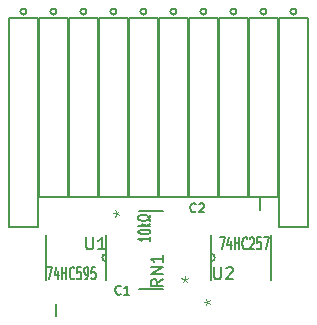
<source format=gto>
G04 #@! TF.FileFunction,Legend,Top*
%FSLAX46Y46*%
G04 Gerber Fmt 4.6, Leading zero omitted, Abs format (unit mm)*
G04 Created by KiCad (PCBNEW 4.0.1-stable) date 2016-02-27 01:30:11*
%MOMM*%
G01*
G04 APERTURE LIST*
%ADD10C,0.050800*%
%ADD11C,0.152400*%
%ADD12C,0.203200*%
%ADD13C,0.190500*%
%ADD14C,0.208280*%
%ADD15C,0.158750*%
%ADD16C,0.076200*%
%ADD17R,0.914400X1.193800*%
%ADD18R,0.609600X1.727200*%
%ADD19R,1.193800X0.914400*%
%ADD20C,1.854200*%
%ADD21R,1.854200X1.854200*%
%ADD22R,1.054000X0.954000*%
G04 APERTURE END LIST*
D10*
D11*
X4064000Y-25298400D02*
X4064000Y-24282400D01*
X3175000Y-18440400D02*
X3175000Y-22199600D01*
X8255000Y-22199600D02*
X8255000Y-20624800D01*
X8255000Y-20624800D02*
X8255000Y-20015200D01*
X8255000Y-20015200D02*
X8255000Y-18440400D01*
X8255000Y-20015200D02*
G75*
G03X8255000Y-20624800I0J-304800D01*
G01*
X21336000Y-16332200D02*
X21336000Y-15316200D01*
X22250400Y-22199600D02*
X22250400Y-18440400D01*
X17170400Y-18440400D02*
X17170400Y-20015200D01*
X17170400Y-20015200D02*
X17170400Y-20624800D01*
X17170400Y-20624800D02*
X17170400Y-22199600D01*
X17170400Y-20624800D02*
G75*
G03X17170400Y-20015200I0J304800D01*
G01*
D12*
X2514600Y-17754600D02*
X25400Y-17754600D01*
X1524000Y508000D02*
G75*
G03X1524000Y508000I-254000J0D01*
G01*
X2514600Y-25400D02*
X2514600Y-17754600D01*
X25400Y-17754600D02*
X25400Y-25400D01*
X25400Y-25400D02*
X2514600Y-25400D01*
X25374600Y-17754600D02*
X22885400Y-17754600D01*
X24384000Y508000D02*
G75*
G03X24384000Y508000I-254000J0D01*
G01*
X25374600Y-25400D02*
X25374600Y-17754600D01*
X22885400Y-17754600D02*
X22885400Y-25400D01*
X22885400Y-25400D02*
X25374600Y-25400D01*
D11*
X13106400Y-16383000D02*
X11023600Y-16383000D01*
X13106400Y-22987000D02*
X11023600Y-22987000D01*
D12*
X4064000Y508000D02*
G75*
G03X4064000Y508000I-254000J0D01*
G01*
X5054600Y-25400D02*
X5054600Y-15214600D01*
X5054600Y-15214600D02*
X2565400Y-15214600D01*
X2565400Y-15214600D02*
X2565400Y-25400D01*
X2565400Y-25400D02*
X5054600Y-25400D01*
X6604000Y508000D02*
G75*
G03X6604000Y508000I-254000J0D01*
G01*
X7594600Y-25400D02*
X7594600Y-15214600D01*
X7594600Y-15214600D02*
X5105400Y-15214600D01*
X5105400Y-15214600D02*
X5105400Y-25400D01*
X5105400Y-25400D02*
X7594600Y-25400D01*
X9144000Y508000D02*
G75*
G03X9144000Y508000I-254000J0D01*
G01*
X10134600Y-25400D02*
X10134600Y-15214600D01*
X10134600Y-15214600D02*
X7645400Y-15214600D01*
X7645400Y-15214600D02*
X7645400Y-25400D01*
X7645400Y-25400D02*
X10134600Y-25400D01*
X11684000Y508000D02*
G75*
G03X11684000Y508000I-254000J0D01*
G01*
X12674600Y-25400D02*
X12674600Y-15214600D01*
X12674600Y-15214600D02*
X10185400Y-15214600D01*
X10185400Y-15214600D02*
X10185400Y-25400D01*
X10185400Y-25400D02*
X12674600Y-25400D01*
X14224000Y508000D02*
G75*
G03X14224000Y508000I-254000J0D01*
G01*
X15214600Y-25400D02*
X15214600Y-15214600D01*
X15214600Y-15214600D02*
X12725400Y-15214600D01*
X12725400Y-15214600D02*
X12725400Y-25400D01*
X12725400Y-25400D02*
X15214600Y-25400D01*
X16764000Y508000D02*
G75*
G03X16764000Y508000I-254000J0D01*
G01*
X17754600Y-25400D02*
X17754600Y-15214600D01*
X17754600Y-15214600D02*
X15265400Y-15214600D01*
X15265400Y-15214600D02*
X15265400Y-25400D01*
X15265400Y-25400D02*
X17754600Y-25400D01*
X19304000Y508000D02*
G75*
G03X19304000Y508000I-254000J0D01*
G01*
X20294600Y-25400D02*
X20294600Y-15214600D01*
X20294600Y-15214600D02*
X17805400Y-15214600D01*
X17805400Y-15214600D02*
X17805400Y-25400D01*
X17805400Y-25400D02*
X20294600Y-25400D01*
X21844000Y508000D02*
G75*
G03X21844000Y508000I-254000J0D01*
G01*
X22834600Y-25400D02*
X22834600Y-15214600D01*
X22834600Y-15214600D02*
X20345400Y-15214600D01*
X20345400Y-15214600D02*
X20345400Y-25400D01*
X20345400Y-25400D02*
X22834600Y-25400D01*
D13*
X9506857Y-23386143D02*
X9470571Y-23422429D01*
X9361714Y-23458714D01*
X9289143Y-23458714D01*
X9180286Y-23422429D01*
X9107714Y-23349857D01*
X9071429Y-23277286D01*
X9035143Y-23132143D01*
X9035143Y-23023286D01*
X9071429Y-22878143D01*
X9107714Y-22805571D01*
X9180286Y-22733000D01*
X9289143Y-22696714D01*
X9361714Y-22696714D01*
X9470571Y-22733000D01*
X9506857Y-22769286D01*
X10232571Y-23458714D02*
X9797143Y-23458714D01*
X10014857Y-23458714D02*
X10014857Y-22696714D01*
X9942286Y-22805571D01*
X9869714Y-22878143D01*
X9797143Y-22914429D01*
D14*
X6591905Y-18620619D02*
X6591905Y-19443095D01*
X6640286Y-19539857D01*
X6688667Y-19588238D01*
X6785429Y-19636619D01*
X6978952Y-19636619D01*
X7075714Y-19588238D01*
X7124095Y-19539857D01*
X7172476Y-19443095D01*
X7172476Y-18620619D01*
X8188476Y-19636619D02*
X7607905Y-19636619D01*
X7898191Y-19636619D02*
X7898191Y-18620619D01*
X7801429Y-18765762D01*
X7704667Y-18862524D01*
X7607905Y-18910905D01*
D15*
X3265714Y-21135219D02*
X3689048Y-21135219D01*
X3416905Y-22151219D01*
X4203095Y-21473886D02*
X4203095Y-22151219D01*
X4051905Y-21086838D02*
X3900714Y-21812552D01*
X4293810Y-21812552D01*
X4535714Y-22151219D02*
X4535714Y-21135219D01*
X4535714Y-21619029D02*
X4898572Y-21619029D01*
X4898572Y-22151219D02*
X4898572Y-21135219D01*
X5563810Y-22054457D02*
X5533572Y-22102838D01*
X5442857Y-22151219D01*
X5382381Y-22151219D01*
X5291667Y-22102838D01*
X5231191Y-22006076D01*
X5200952Y-21909314D01*
X5170714Y-21715790D01*
X5170714Y-21570648D01*
X5200952Y-21377124D01*
X5231191Y-21280362D01*
X5291667Y-21183600D01*
X5382381Y-21135219D01*
X5442857Y-21135219D01*
X5533572Y-21183600D01*
X5563810Y-21231981D01*
X6138333Y-21135219D02*
X5835952Y-21135219D01*
X5805714Y-21619029D01*
X5835952Y-21570648D01*
X5896429Y-21522267D01*
X6047619Y-21522267D01*
X6108095Y-21570648D01*
X6138333Y-21619029D01*
X6168572Y-21715790D01*
X6168572Y-21957695D01*
X6138333Y-22054457D01*
X6108095Y-22102838D01*
X6047619Y-22151219D01*
X5896429Y-22151219D01*
X5835952Y-22102838D01*
X5805714Y-22054457D01*
X6470953Y-22151219D02*
X6591905Y-22151219D01*
X6652381Y-22102838D01*
X6682619Y-22054457D01*
X6743095Y-21909314D01*
X6773334Y-21715790D01*
X6773334Y-21328743D01*
X6743095Y-21231981D01*
X6712857Y-21183600D01*
X6652381Y-21135219D01*
X6531429Y-21135219D01*
X6470953Y-21183600D01*
X6440714Y-21231981D01*
X6410476Y-21328743D01*
X6410476Y-21570648D01*
X6440714Y-21667410D01*
X6470953Y-21715790D01*
X6531429Y-21764171D01*
X6652381Y-21764171D01*
X6712857Y-21715790D01*
X6743095Y-21667410D01*
X6773334Y-21570648D01*
X7347857Y-21135219D02*
X7045476Y-21135219D01*
X7015238Y-21619029D01*
X7045476Y-21570648D01*
X7105953Y-21522267D01*
X7257143Y-21522267D01*
X7317619Y-21570648D01*
X7347857Y-21619029D01*
X7378096Y-21715790D01*
X7378096Y-21957695D01*
X7347857Y-22054457D01*
X7317619Y-22102838D01*
X7257143Y-22151219D01*
X7105953Y-22151219D01*
X7045476Y-22102838D01*
X7015238Y-22054457D01*
D16*
X8864298Y-16560800D02*
X9151560Y-16560800D01*
X9036655Y-16848062D02*
X9151560Y-16560800D01*
X9036655Y-16273538D01*
X9381369Y-16733157D02*
X9151560Y-16560800D01*
X9381369Y-16388443D01*
D13*
X15856857Y-16401143D02*
X15820571Y-16437429D01*
X15711714Y-16473714D01*
X15639143Y-16473714D01*
X15530286Y-16437429D01*
X15457714Y-16364857D01*
X15421429Y-16292286D01*
X15385143Y-16147143D01*
X15385143Y-16038286D01*
X15421429Y-15893143D01*
X15457714Y-15820571D01*
X15530286Y-15748000D01*
X15639143Y-15711714D01*
X15711714Y-15711714D01*
X15820571Y-15748000D01*
X15856857Y-15784286D01*
X16147143Y-15784286D02*
X16183429Y-15748000D01*
X16256000Y-15711714D01*
X16437429Y-15711714D01*
X16510000Y-15748000D01*
X16546286Y-15784286D01*
X16582571Y-15856857D01*
X16582571Y-15929429D01*
X16546286Y-16038286D01*
X16110857Y-16473714D01*
X16582571Y-16473714D01*
D14*
X17412305Y-21135219D02*
X17412305Y-21957695D01*
X17460686Y-22054457D01*
X17509067Y-22102838D01*
X17605829Y-22151219D01*
X17799352Y-22151219D01*
X17896114Y-22102838D01*
X17944495Y-22054457D01*
X17992876Y-21957695D01*
X17992876Y-21135219D01*
X18428305Y-21231981D02*
X18476686Y-21183600D01*
X18573448Y-21135219D01*
X18815352Y-21135219D01*
X18912114Y-21183600D01*
X18960495Y-21231981D01*
X19008876Y-21328743D01*
X19008876Y-21425505D01*
X18960495Y-21570648D01*
X18379924Y-22151219D01*
X19008876Y-22151219D01*
D15*
X17896114Y-18620619D02*
X18319448Y-18620619D01*
X18047305Y-19636619D01*
X18833495Y-18959286D02*
X18833495Y-19636619D01*
X18682305Y-18572238D02*
X18531114Y-19297952D01*
X18924210Y-19297952D01*
X19166114Y-19636619D02*
X19166114Y-18620619D01*
X19166114Y-19104429D02*
X19528972Y-19104429D01*
X19528972Y-19636619D02*
X19528972Y-18620619D01*
X20194210Y-19539857D02*
X20163972Y-19588238D01*
X20073257Y-19636619D01*
X20012781Y-19636619D01*
X19922067Y-19588238D01*
X19861591Y-19491476D01*
X19831352Y-19394714D01*
X19801114Y-19201190D01*
X19801114Y-19056048D01*
X19831352Y-18862524D01*
X19861591Y-18765762D01*
X19922067Y-18669000D01*
X20012781Y-18620619D01*
X20073257Y-18620619D01*
X20163972Y-18669000D01*
X20194210Y-18717381D01*
X20436114Y-18717381D02*
X20466352Y-18669000D01*
X20526829Y-18620619D01*
X20678019Y-18620619D01*
X20738495Y-18669000D01*
X20768733Y-18717381D01*
X20798972Y-18814143D01*
X20798972Y-18910905D01*
X20768733Y-19056048D01*
X20405876Y-19636619D01*
X20798972Y-19636619D01*
X21373495Y-18620619D02*
X21071114Y-18620619D01*
X21040876Y-19104429D01*
X21071114Y-19056048D01*
X21131591Y-19007667D01*
X21282781Y-19007667D01*
X21343257Y-19056048D01*
X21373495Y-19104429D01*
X21403734Y-19201190D01*
X21403734Y-19443095D01*
X21373495Y-19539857D01*
X21343257Y-19588238D01*
X21282781Y-19636619D01*
X21131591Y-19636619D01*
X21071114Y-19588238D01*
X21040876Y-19539857D01*
X21615400Y-18620619D02*
X22038734Y-18620619D01*
X21766591Y-19636619D01*
D16*
X16560498Y-24079200D02*
X16847760Y-24079200D01*
X16732855Y-24366462D02*
X16847760Y-24079200D01*
X16732855Y-23791938D01*
X17077569Y-24251557D02*
X16847760Y-24079200D01*
X17077569Y-23906843D01*
D14*
X13058019Y-22164524D02*
X12574210Y-22503190D01*
X13058019Y-22745095D02*
X12042019Y-22745095D01*
X12042019Y-22358048D01*
X12090400Y-22261286D01*
X12138781Y-22212905D01*
X12235543Y-22164524D01*
X12380686Y-22164524D01*
X12477448Y-22212905D01*
X12525829Y-22261286D01*
X12574210Y-22358048D01*
X12574210Y-22745095D01*
X13058019Y-21729095D02*
X12042019Y-21729095D01*
X13058019Y-21148524D01*
X12042019Y-21148524D01*
X13058019Y-20132524D02*
X13058019Y-20713095D01*
X13058019Y-20422809D02*
X12042019Y-20422809D01*
X12187162Y-20519571D01*
X12283924Y-20616333D01*
X12332305Y-20713095D01*
D15*
X12016619Y-18566190D02*
X12016619Y-18929048D01*
X12016619Y-18747619D02*
X11000619Y-18747619D01*
X11145762Y-18808095D01*
X11242524Y-18868571D01*
X11290905Y-18929048D01*
X11000619Y-18173095D02*
X11000619Y-18112619D01*
X11049000Y-18052143D01*
X11097381Y-18021905D01*
X11194143Y-17991667D01*
X11387667Y-17961428D01*
X11629571Y-17961428D01*
X11823095Y-17991667D01*
X11919857Y-18021905D01*
X11968238Y-18052143D01*
X12016619Y-18112619D01*
X12016619Y-18173095D01*
X11968238Y-18233571D01*
X11919857Y-18263809D01*
X11823095Y-18294048D01*
X11629571Y-18324286D01*
X11387667Y-18324286D01*
X11194143Y-18294048D01*
X11097381Y-18263809D01*
X11049000Y-18233571D01*
X11000619Y-18173095D01*
X12016619Y-17689286D02*
X11000619Y-17689286D01*
X11629571Y-17628809D02*
X12016619Y-17447381D01*
X11339286Y-17447381D02*
X11726333Y-17689286D01*
X12016619Y-17205476D02*
X12016619Y-17054285D01*
X11823095Y-17054285D01*
X11774714Y-17114761D01*
X11677952Y-17175238D01*
X11532810Y-17205476D01*
X11290905Y-17205476D01*
X11145762Y-17175238D01*
X11049000Y-17114761D01*
X11000619Y-17024047D01*
X11000619Y-16903095D01*
X11049000Y-16812380D01*
X11145762Y-16751904D01*
X11290905Y-16721666D01*
X11532810Y-16721666D01*
X11677952Y-16751904D01*
X11774714Y-16812380D01*
X11823095Y-16872857D01*
X12016619Y-16872857D01*
X12016619Y-16721666D01*
D16*
X14935200Y-21894498D02*
X14935200Y-22181760D01*
X14647938Y-22066855D02*
X14935200Y-22181760D01*
X15222462Y-22066855D01*
X14762843Y-22411569D02*
X14935200Y-22181760D01*
X15107557Y-22411569D01*
%LPC*%
D17*
X9448800Y-24130000D03*
X10871200Y-24130000D03*
D18*
X8001000Y-17399000D03*
X7340600Y-17399000D03*
X6680200Y-17399000D03*
X6045200Y-17399000D03*
X5384800Y-17399000D03*
X4749800Y-17399000D03*
X4089400Y-17399000D03*
X3429000Y-17399000D03*
X3429000Y-23241000D03*
X4089400Y-23241000D03*
X4749800Y-23241000D03*
X5384800Y-23241000D03*
X6045200Y-23241000D03*
X6680200Y-23241000D03*
X7340600Y-23241000D03*
X8001000Y-23241000D03*
D19*
X15875000Y-17068800D03*
X15875000Y-18491200D03*
D18*
X17424400Y-23241000D03*
X18084800Y-23241000D03*
X18745200Y-23241000D03*
X19380200Y-23241000D03*
X20040600Y-23241000D03*
X20675600Y-23241000D03*
X21336000Y-23241000D03*
X21996400Y-23241000D03*
X21996400Y-17399000D03*
X21336000Y-17399000D03*
X20675600Y-17399000D03*
X20040600Y-17399000D03*
X19380200Y-17399000D03*
X18745200Y-17399000D03*
X18084800Y-17399000D03*
X17424400Y-17399000D03*
D20*
X1270000Y-16510000D03*
D21*
X1270000Y-1270000D03*
D20*
X1270000Y-3810000D03*
X1270000Y-6350000D03*
X1270000Y-8890000D03*
X1270000Y-11430000D03*
X1270000Y-13970000D03*
X24130000Y-16510000D03*
D21*
X24130000Y-1270000D03*
D20*
X24130000Y-3810000D03*
X24130000Y-6350000D03*
X24130000Y-8890000D03*
X24130000Y-11430000D03*
X24130000Y-13970000D03*
D22*
X10415000Y-22225000D03*
X10415000Y-20955000D03*
X10415000Y-19685000D03*
X10415000Y-18415000D03*
X10415000Y-17145000D03*
X13715000Y-17145000D03*
X13715000Y-18415000D03*
X13715000Y-19685000D03*
X13715000Y-20955000D03*
X13715000Y-22225000D03*
D21*
X3810000Y-1270000D03*
D20*
X3810000Y-3810000D03*
X3810000Y-6350000D03*
X3810000Y-8890000D03*
X3810000Y-11430000D03*
X3810000Y-13970000D03*
D21*
X6350000Y-1270000D03*
D20*
X6350000Y-3810000D03*
X6350000Y-6350000D03*
X6350000Y-8890000D03*
X6350000Y-11430000D03*
X6350000Y-13970000D03*
D21*
X8890000Y-1270000D03*
D20*
X8890000Y-3810000D03*
X8890000Y-6350000D03*
X8890000Y-8890000D03*
X8890000Y-11430000D03*
X8890000Y-13970000D03*
D21*
X11430000Y-1270000D03*
D20*
X11430000Y-3810000D03*
X11430000Y-6350000D03*
X11430000Y-8890000D03*
X11430000Y-11430000D03*
X11430000Y-13970000D03*
D21*
X13970000Y-1270000D03*
D20*
X13970000Y-3810000D03*
X13970000Y-6350000D03*
X13970000Y-8890000D03*
X13970000Y-11430000D03*
X13970000Y-13970000D03*
D21*
X16510000Y-1270000D03*
D20*
X16510000Y-3810000D03*
X16510000Y-6350000D03*
X16510000Y-8890000D03*
X16510000Y-11430000D03*
X16510000Y-13970000D03*
D21*
X19050000Y-1270000D03*
D20*
X19050000Y-3810000D03*
X19050000Y-6350000D03*
X19050000Y-8890000D03*
X19050000Y-11430000D03*
X19050000Y-13970000D03*
D21*
X21590000Y-1270000D03*
D20*
X21590000Y-3810000D03*
X21590000Y-6350000D03*
X21590000Y-8890000D03*
X21590000Y-11430000D03*
X21590000Y-13970000D03*
M02*

</source>
